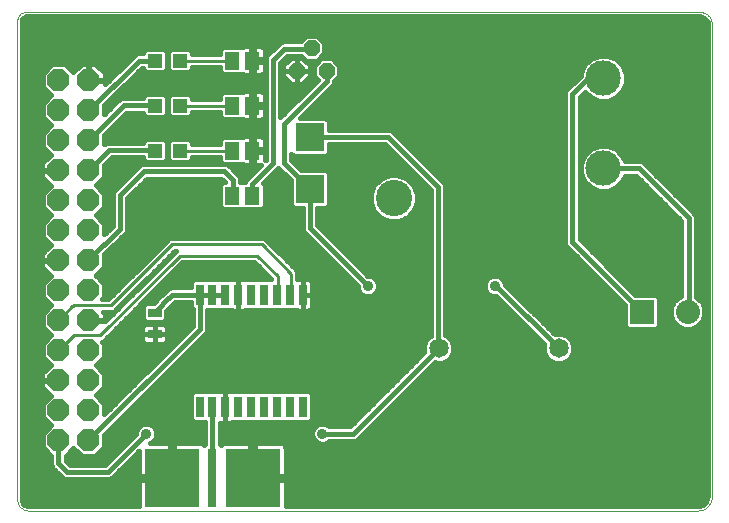
<source format=gtl>
G75*
%MOIN*%
%OFA0B0*%
%FSLAX24Y24*%
%IPPOS*%
%LPD*%
%AMOC8*
5,1,8,0,0,1.08239X$1,22.5*
%
%ADD10C,0.0000*%
%ADD11OC8,0.0740*%
%ADD12R,0.0315X0.0709*%
%ADD13R,0.0276X0.0709*%
%ADD14OC8,0.0520*%
%ADD15C,0.1181*%
%ADD16C,0.1210*%
%ADD17C,0.0650*%
%ADD18R,0.0945X0.0945*%
%ADD19R,0.0800X0.0800*%
%ADD20C,0.0800*%
%ADD21R,0.0472X0.0315*%
%ADD22R,0.0472X0.0472*%
%ADD23R,0.0512X0.0591*%
%ADD24R,0.0315X0.1969*%
%ADD25R,0.1831X0.1969*%
%ADD26C,0.0160*%
%ADD27C,0.0356*%
%ADD28C,0.0100*%
D10*
X000680Y000784D02*
X000680Y016768D01*
X000682Y016799D01*
X000687Y016829D01*
X000695Y016858D01*
X000707Y016887D01*
X000722Y016914D01*
X000740Y016939D01*
X000760Y016962D01*
X000783Y016982D01*
X000808Y017000D01*
X000835Y017015D01*
X000864Y017027D01*
X000893Y017035D01*
X000923Y017040D01*
X000954Y017042D01*
X000954Y017041D02*
X023439Y017041D01*
X023477Y017039D01*
X023515Y017033D01*
X023553Y017024D01*
X023589Y017011D01*
X023623Y016995D01*
X023656Y016975D01*
X023687Y016952D01*
X023715Y016926D01*
X023741Y016898D01*
X023764Y016867D01*
X023784Y016834D01*
X023800Y016800D01*
X023813Y016764D01*
X023822Y016726D01*
X023828Y016688D01*
X023830Y016650D01*
X023830Y000902D01*
X023828Y000861D01*
X023823Y000820D01*
X023814Y000780D01*
X023802Y000741D01*
X023786Y000703D01*
X023767Y000666D01*
X023745Y000631D01*
X023720Y000599D01*
X023692Y000568D01*
X023661Y000540D01*
X023629Y000515D01*
X023594Y000493D01*
X023557Y000474D01*
X023519Y000458D01*
X023480Y000446D01*
X023440Y000437D01*
X023399Y000432D01*
X023358Y000430D01*
X001034Y000430D01*
X000997Y000432D01*
X000960Y000438D01*
X000925Y000447D01*
X000890Y000461D01*
X000857Y000477D01*
X000826Y000498D01*
X000797Y000521D01*
X000771Y000547D01*
X000748Y000576D01*
X000727Y000607D01*
X000711Y000640D01*
X000697Y000675D01*
X000688Y000710D01*
X000682Y000747D01*
X000680Y000784D01*
D11*
X002050Y002770D03*
X003050Y002770D03*
X003050Y003770D03*
X002050Y003770D03*
X002050Y004770D03*
X003050Y004770D03*
X003050Y005770D03*
X002050Y005770D03*
X002050Y006770D03*
X003050Y006770D03*
X003050Y007770D03*
X002050Y007770D03*
X002050Y008770D03*
X003050Y008770D03*
X003050Y009770D03*
X002050Y009770D03*
X002050Y010770D03*
X003050Y010770D03*
X003050Y011770D03*
X002050Y011770D03*
X002050Y012770D03*
X003050Y012770D03*
X003050Y013770D03*
X002050Y013770D03*
X002050Y014770D03*
X003050Y014770D03*
D12*
X007183Y007629D03*
X007616Y007629D03*
X008049Y007629D03*
X008482Y007629D03*
X008915Y007629D03*
X009348Y007629D03*
X009781Y007629D03*
X009781Y003889D03*
X009348Y003889D03*
X008915Y003889D03*
X008482Y003889D03*
X008049Y003889D03*
X007616Y003889D03*
X007183Y003889D03*
D13*
X006770Y003889D03*
X010195Y003889D03*
X010195Y007629D03*
X006770Y007629D03*
D14*
X009990Y015090D03*
X010490Y015840D03*
X010990Y015090D03*
D15*
X020214Y014841D03*
X020214Y011837D03*
D16*
X013222Y010837D03*
D17*
X014718Y005837D03*
X018718Y005837D03*
D18*
X010430Y011144D03*
X010430Y012876D03*
D19*
X021505Y007055D03*
D20*
X023023Y007055D03*
D21*
X005254Y007027D03*
X005254Y006319D03*
D22*
X005267Y012430D03*
X006093Y012430D03*
X006093Y013930D03*
X005267Y013930D03*
X005267Y015430D03*
X006093Y015430D03*
D23*
X007845Y015430D03*
X008515Y015430D03*
X008515Y013930D03*
X007845Y013930D03*
X007845Y012430D03*
X008515Y012430D03*
X008515Y010930D03*
X007845Y010930D03*
D24*
X007180Y001517D03*
D25*
X005832Y001517D03*
X008528Y001517D03*
D26*
X000856Y000665D02*
X000824Y000742D01*
X000820Y000784D01*
X000820Y016768D01*
X000825Y016802D01*
X000859Y016862D01*
X000919Y016897D01*
X000954Y016901D01*
X023439Y016901D01*
X023488Y016896D01*
X023579Y016859D01*
X023648Y016790D01*
X023685Y016699D01*
X023690Y016650D01*
X023690Y000902D01*
X023684Y000837D01*
X023634Y000717D01*
X023543Y000626D01*
X023423Y000576D01*
X023358Y000570D01*
X009624Y000570D01*
X009624Y001437D01*
X008608Y001437D01*
X008608Y001597D01*
X008448Y001597D01*
X008448Y002681D01*
X007589Y002681D01*
X007544Y002669D01*
X007503Y002645D01*
X007469Y002612D01*
X007463Y002602D01*
X007423Y002642D01*
X007423Y003358D01*
X007435Y003354D01*
X007616Y003354D01*
X007797Y003354D01*
X007843Y003367D01*
X007856Y003374D01*
X010399Y003374D01*
X010493Y003468D01*
X010493Y004309D01*
X010399Y004403D01*
X007856Y004403D01*
X007843Y004411D01*
X007797Y004423D01*
X007616Y004423D01*
X007435Y004423D01*
X007389Y004411D01*
X007376Y004403D01*
X006566Y004403D01*
X006472Y004309D01*
X006472Y003468D01*
X006566Y003374D01*
X006943Y003374D01*
X006943Y002648D01*
X006897Y002602D01*
X006891Y002612D01*
X006857Y002645D01*
X006816Y002669D01*
X006771Y002681D01*
X005912Y002681D01*
X005912Y001597D01*
X005752Y001597D01*
X005752Y002681D01*
X005103Y002681D01*
X005164Y002706D01*
X005259Y002801D01*
X005310Y002926D01*
X005310Y003060D01*
X005259Y003185D01*
X005164Y003280D01*
X005039Y003331D01*
X004905Y003331D01*
X004780Y003280D01*
X004685Y003185D01*
X004634Y003060D01*
X004634Y002994D01*
X003589Y001950D01*
X002440Y001950D01*
X002290Y002099D01*
X002290Y002260D01*
X002550Y002520D01*
X002830Y002240D01*
X003270Y002240D01*
X003580Y002550D01*
X003580Y002961D01*
X006973Y006354D01*
X007010Y006442D01*
X007010Y007114D01*
X007809Y007114D01*
X007822Y007107D01*
X007868Y007094D01*
X008049Y007094D01*
X008049Y007629D01*
X008049Y008163D01*
X007868Y008163D01*
X007822Y008151D01*
X007809Y008143D01*
X006566Y008143D01*
X006472Y008049D01*
X006472Y007867D01*
X005792Y007867D01*
X005703Y007831D01*
X005636Y007763D01*
X005478Y007606D01*
X005476Y007605D01*
X005445Y007572D01*
X005413Y007540D01*
X005412Y007538D01*
X005226Y007345D01*
X004951Y007345D01*
X004858Y007251D01*
X004858Y006804D01*
X004951Y006710D01*
X005556Y006710D01*
X005650Y006804D01*
X005650Y007093D01*
X005787Y007236D01*
X005939Y007388D01*
X006472Y007388D01*
X006472Y007208D01*
X006530Y007150D01*
X006530Y006589D01*
X003580Y003639D01*
X003580Y003990D01*
X003300Y004270D01*
X003580Y004550D01*
X003580Y004990D01*
X003300Y005270D01*
X003580Y005550D01*
X003580Y005990D01*
X003510Y006060D01*
X003522Y006060D01*
X006183Y008721D01*
X008583Y008721D01*
X009148Y008155D01*
X009148Y008143D01*
X008289Y008143D01*
X008276Y008151D01*
X008230Y008163D01*
X008049Y008163D01*
X008049Y007629D01*
X008049Y007629D01*
X008049Y007629D01*
X008049Y007094D01*
X008230Y007094D01*
X008276Y007107D01*
X008289Y007114D01*
X009974Y007114D01*
X009988Y007107D01*
X010033Y007094D01*
X010195Y007094D01*
X010356Y007094D01*
X010402Y007107D01*
X010443Y007130D01*
X010477Y007164D01*
X010500Y007205D01*
X010513Y007251D01*
X010513Y007629D01*
X010513Y008007D01*
X010500Y008053D01*
X010477Y008094D01*
X010443Y008127D01*
X010402Y008151D01*
X010356Y008163D01*
X010195Y008163D01*
X010195Y007629D01*
X010195Y007629D01*
X010513Y007629D01*
X010195Y007629D01*
X010195Y007629D01*
X010195Y008163D01*
X010033Y008163D01*
X010009Y008157D01*
X010009Y008414D01*
X009886Y008537D01*
X008912Y009511D01*
X005746Y009511D01*
X005623Y009388D01*
X003714Y007480D01*
X003509Y007480D01*
X003580Y007550D01*
X003580Y007990D01*
X003300Y008270D01*
X003580Y008550D01*
X003580Y008968D01*
X004231Y009619D01*
X004298Y009687D01*
X004335Y009775D01*
X004335Y010832D01*
X004999Y011496D01*
X007483Y011496D01*
X007594Y011385D01*
X007523Y011385D01*
X007429Y011292D01*
X007429Y010568D01*
X007523Y010475D01*
X008168Y010475D01*
X008180Y010487D01*
X008192Y010475D01*
X008837Y010475D01*
X008931Y010568D01*
X008931Y011292D01*
X008871Y011352D01*
X009342Y011823D01*
X009377Y011858D01*
X009798Y011437D01*
X009798Y010605D01*
X009891Y010511D01*
X010190Y010511D01*
X010190Y009798D01*
X010227Y009710D01*
X012022Y007914D01*
X012022Y007848D01*
X012073Y007724D01*
X012168Y007629D01*
X012292Y007578D01*
X012427Y007578D01*
X012551Y007629D01*
X012646Y007724D01*
X012698Y007848D01*
X012698Y007983D01*
X012646Y008107D01*
X012551Y008202D01*
X012427Y008254D01*
X012361Y008254D01*
X010670Y009945D01*
X010670Y010511D01*
X010969Y010511D01*
X011062Y010605D01*
X011062Y011683D01*
X010969Y011776D01*
X010137Y011776D01*
X009816Y012098D01*
X009816Y012319D01*
X009891Y012244D01*
X010969Y012244D01*
X011062Y012337D01*
X011062Y012636D01*
X012933Y012636D01*
X014454Y011115D01*
X014454Y006252D01*
X014443Y006248D01*
X014307Y006111D01*
X014233Y005933D01*
X014233Y005740D01*
X014247Y005706D01*
X011775Y003233D01*
X011083Y003233D01*
X011036Y003280D01*
X010912Y003331D01*
X010777Y003331D01*
X010653Y003280D01*
X010558Y003185D01*
X010506Y003060D01*
X010506Y002926D01*
X010558Y002801D01*
X010653Y002706D01*
X010777Y002655D01*
X010912Y002655D01*
X011036Y002706D01*
X011083Y002753D01*
X011922Y002753D01*
X012010Y002790D01*
X014587Y005366D01*
X014621Y005352D01*
X014814Y005352D01*
X014992Y005426D01*
X015129Y005562D01*
X015202Y005740D01*
X015202Y005933D01*
X015129Y006111D01*
X014992Y006248D01*
X014934Y006272D01*
X014934Y011262D01*
X014898Y011350D01*
X014830Y011418D01*
X013169Y013080D01*
X013080Y013116D01*
X011062Y013116D01*
X011062Y013415D01*
X010969Y013509D01*
X010092Y013509D01*
X011193Y014610D01*
X011230Y014698D01*
X011230Y014736D01*
X011410Y014916D01*
X011410Y015264D01*
X011164Y015510D01*
X010816Y015510D01*
X010570Y015264D01*
X010570Y014916D01*
X010695Y014791D01*
X009446Y013541D01*
X009446Y015364D01*
X009668Y015585D01*
X010151Y015585D01*
X010316Y015420D01*
X010664Y015420D01*
X010910Y015666D01*
X010910Y016014D01*
X010664Y016260D01*
X010316Y016260D01*
X010122Y016065D01*
X009521Y016065D01*
X009433Y016029D01*
X009365Y015961D01*
X009003Y015599D01*
X008966Y015511D01*
X008966Y012126D01*
X008950Y012110D01*
X008951Y012111D01*
X008951Y012382D01*
X008563Y012382D01*
X008563Y012478D01*
X008951Y012478D01*
X008951Y012749D01*
X008938Y012795D01*
X008915Y012836D01*
X008881Y012869D01*
X008840Y012893D01*
X008794Y012905D01*
X008563Y012905D01*
X008563Y012478D01*
X008467Y012478D01*
X008467Y012905D01*
X008235Y012905D01*
X008189Y012893D01*
X008171Y012882D01*
X008168Y012885D01*
X007523Y012885D01*
X007429Y012792D01*
X007429Y012640D01*
X006490Y012640D01*
X006490Y012732D01*
X006396Y012826D01*
X005791Y012826D01*
X005697Y012732D01*
X005697Y012128D01*
X005791Y012034D01*
X006396Y012034D01*
X006490Y012128D01*
X006490Y012220D01*
X007429Y012220D01*
X007429Y012068D01*
X007521Y011976D01*
X004852Y011976D01*
X004764Y011940D01*
X004696Y011872D01*
X003891Y011068D01*
X003855Y010979D01*
X003855Y009922D01*
X003580Y009647D01*
X003580Y009990D01*
X003300Y010270D01*
X003580Y010550D01*
X003580Y010990D01*
X003300Y011270D01*
X003580Y011550D01*
X003580Y011955D01*
X003824Y012200D01*
X004870Y012200D01*
X004870Y012128D01*
X004964Y012034D01*
X005569Y012034D01*
X005663Y012128D01*
X005663Y012732D01*
X005569Y012826D01*
X004964Y012826D01*
X004870Y012732D01*
X004870Y012680D01*
X003677Y012680D01*
X003589Y012643D01*
X003580Y012634D01*
X003580Y012956D01*
X004317Y013693D01*
X004870Y013693D01*
X004870Y013628D01*
X004964Y013534D01*
X005569Y013534D01*
X005663Y013628D01*
X005663Y014232D01*
X005569Y014326D01*
X004964Y014326D01*
X004870Y014232D01*
X004870Y014173D01*
X004170Y014173D01*
X004082Y014137D01*
X004015Y014069D01*
X003580Y013635D01*
X003580Y013942D01*
X004825Y015187D01*
X004870Y015187D01*
X004870Y015128D01*
X004964Y015034D01*
X005569Y015034D01*
X005663Y015128D01*
X005663Y015732D01*
X005569Y015826D01*
X004964Y015826D01*
X004870Y015732D01*
X004870Y015667D01*
X004678Y015667D01*
X004590Y015630D01*
X004522Y015563D01*
X003600Y014641D01*
X003600Y014750D01*
X003070Y014750D01*
X003070Y014790D01*
X003030Y014790D01*
X003030Y015320D01*
X002822Y015320D01*
X002536Y015034D01*
X002270Y015300D01*
X001830Y015300D01*
X001520Y014990D01*
X001520Y014550D01*
X001800Y014270D01*
X001520Y013990D01*
X001520Y013550D01*
X001800Y013270D01*
X001520Y012990D01*
X001520Y012550D01*
X001786Y012284D01*
X001500Y011998D01*
X001500Y011790D01*
X002030Y011790D01*
X002030Y011750D01*
X001500Y011750D01*
X001500Y011542D01*
X001786Y011256D01*
X001520Y010990D01*
X001520Y010550D01*
X001800Y010270D01*
X001520Y009990D01*
X001520Y009550D01*
X001786Y009284D01*
X001500Y008998D01*
X001500Y008790D01*
X002030Y008790D01*
X002030Y008750D01*
X001500Y008750D01*
X001500Y008542D01*
X001786Y008256D01*
X001520Y007990D01*
X001520Y007550D01*
X001800Y007270D01*
X001520Y006990D01*
X001520Y006550D01*
X001800Y006270D01*
X001520Y005990D01*
X001520Y005550D01*
X001786Y005284D01*
X001500Y004998D01*
X001500Y004790D01*
X002030Y004790D01*
X002030Y004750D01*
X001500Y004750D01*
X001500Y004542D01*
X001786Y004256D01*
X001520Y003990D01*
X001520Y003550D01*
X001800Y003270D01*
X001520Y002990D01*
X001520Y002550D01*
X001810Y002260D01*
X001810Y001952D01*
X001847Y001864D01*
X002204Y001506D01*
X002293Y001470D01*
X003722Y001470D01*
X003810Y001506D01*
X003814Y001511D01*
X003839Y001521D01*
X004736Y002418D01*
X004736Y001597D01*
X005752Y001597D01*
X005752Y001437D01*
X004736Y001437D01*
X004736Y000570D01*
X001034Y000570D01*
X000992Y000574D01*
X000915Y000606D01*
X000856Y000665D01*
X000865Y000656D02*
X004736Y000656D01*
X004736Y000814D02*
X000820Y000814D01*
X000820Y000973D02*
X004736Y000973D01*
X004736Y001131D02*
X000820Y001131D01*
X000820Y001290D02*
X004736Y001290D01*
X004736Y001607D02*
X003925Y001607D01*
X004083Y001765D02*
X004736Y001765D01*
X004736Y001924D02*
X004242Y001924D01*
X004400Y002082D02*
X004736Y002082D01*
X004736Y002241D02*
X004559Y002241D01*
X004717Y002399D02*
X004736Y002399D01*
X004356Y002716D02*
X003580Y002716D01*
X003580Y002558D02*
X004197Y002558D01*
X004039Y002399D02*
X003429Y002399D01*
X003270Y002241D02*
X003880Y002241D01*
X003722Y002082D02*
X002307Y002082D01*
X002290Y002241D02*
X002830Y002241D01*
X002671Y002399D02*
X002429Y002399D01*
X002050Y002770D02*
X002050Y002000D01*
X002340Y001710D01*
X003674Y001710D01*
X003689Y001724D01*
X003703Y001724D01*
X004972Y002993D01*
X005289Y002875D02*
X006943Y002875D01*
X006943Y003033D02*
X005310Y003033D01*
X005252Y003192D02*
X006943Y003192D01*
X006943Y003350D02*
X003969Y003350D01*
X003811Y003192D02*
X004692Y003192D01*
X004634Y003033D02*
X003652Y003033D01*
X003580Y002875D02*
X004514Y002875D01*
X005173Y002716D02*
X006943Y002716D01*
X007423Y002716D02*
X010643Y002716D01*
X010528Y002875D02*
X007423Y002875D01*
X007423Y003033D02*
X010506Y003033D01*
X010565Y003192D02*
X007423Y003192D01*
X007423Y003350D02*
X011892Y003350D01*
X012050Y003509D02*
X010493Y003509D01*
X010493Y003667D02*
X012209Y003667D01*
X012367Y003826D02*
X010493Y003826D01*
X010493Y003984D02*
X012526Y003984D01*
X012684Y004143D02*
X010493Y004143D01*
X010493Y004301D02*
X012843Y004301D01*
X013001Y004460D02*
X005079Y004460D01*
X005237Y004618D02*
X013160Y004618D01*
X013318Y004777D02*
X005396Y004777D01*
X005554Y004935D02*
X013477Y004935D01*
X013635Y005094D02*
X005713Y005094D01*
X005871Y005252D02*
X013794Y005252D01*
X013952Y005411D02*
X006030Y005411D01*
X006188Y005569D02*
X014111Y005569D01*
X014238Y005728D02*
X006347Y005728D01*
X006505Y005886D02*
X014233Y005886D01*
X014279Y006045D02*
X006664Y006045D01*
X006822Y006203D02*
X014398Y006203D01*
X014454Y006362D02*
X006976Y006362D01*
X007010Y006520D02*
X014454Y006520D01*
X014454Y006679D02*
X007010Y006679D01*
X007010Y006837D02*
X014454Y006837D01*
X014454Y006996D02*
X007010Y006996D01*
X006530Y006996D02*
X005650Y006996D01*
X005650Y006837D02*
X006530Y006837D01*
X006530Y006679D02*
X004140Y006679D01*
X003982Y006520D02*
X004843Y006520D01*
X004838Y006500D02*
X004838Y006319D01*
X005254Y006319D01*
X005254Y006319D01*
X005254Y006656D01*
X005514Y006656D01*
X005559Y006644D01*
X005600Y006620D01*
X005634Y006587D01*
X005658Y006546D01*
X005670Y006500D01*
X005670Y006319D01*
X005254Y006319D01*
X005254Y006319D01*
X005254Y006656D01*
X004994Y006656D01*
X004948Y006644D01*
X004907Y006620D01*
X004873Y006587D01*
X004850Y006546D01*
X004838Y006500D01*
X004838Y006362D02*
X003823Y006362D01*
X003665Y006203D02*
X004838Y006203D01*
X004838Y006137D02*
X004850Y006092D01*
X004873Y006051D01*
X004907Y006017D01*
X004948Y005993D01*
X004994Y005981D01*
X005254Y005981D01*
X005514Y005981D01*
X005559Y005993D01*
X005600Y006017D01*
X005634Y006051D01*
X005658Y006092D01*
X005670Y006137D01*
X005670Y006319D01*
X005254Y006319D01*
X005254Y006319D01*
X005254Y005981D01*
X005254Y006319D01*
X005254Y006319D01*
X004838Y006319D01*
X004838Y006137D01*
X004880Y006045D02*
X003525Y006045D01*
X003580Y005886D02*
X005827Y005886D01*
X005985Y006045D02*
X005628Y006045D01*
X005670Y006203D02*
X006144Y006203D01*
X006302Y006362D02*
X005670Y006362D01*
X005665Y006520D02*
X006461Y006520D01*
X006770Y006490D02*
X003050Y002770D01*
X003580Y003667D02*
X003608Y003667D01*
X003580Y003826D02*
X003766Y003826D01*
X003925Y003984D02*
X003580Y003984D01*
X003427Y004143D02*
X004083Y004143D01*
X004242Y004301D02*
X003331Y004301D01*
X003489Y004460D02*
X004400Y004460D01*
X004559Y004618D02*
X003580Y004618D01*
X003580Y004777D02*
X004717Y004777D01*
X004876Y004935D02*
X003580Y004935D01*
X003476Y005094D02*
X005034Y005094D01*
X005193Y005252D02*
X003318Y005252D01*
X003440Y005411D02*
X005351Y005411D01*
X005510Y005569D02*
X003580Y005569D01*
X003580Y005728D02*
X005668Y005728D01*
X005254Y006045D02*
X005254Y006045D01*
X005254Y006203D02*
X005254Y006203D01*
X005254Y006362D02*
X005254Y006362D01*
X005254Y006520D02*
X005254Y006520D01*
X004858Y006837D02*
X004299Y006837D01*
X004457Y006996D02*
X004858Y006996D01*
X004858Y007154D02*
X004616Y007154D01*
X004774Y007313D02*
X004919Y007313D01*
X004933Y007471D02*
X005347Y007471D01*
X005502Y007630D02*
X005091Y007630D01*
X005250Y007788D02*
X005660Y007788D01*
X005839Y007628D02*
X006768Y007628D01*
X006770Y007629D01*
X006770Y006490D01*
X006526Y007154D02*
X005708Y007154D01*
X005864Y007313D02*
X006472Y007313D01*
X006770Y007629D02*
X007183Y007629D01*
X007616Y007629D01*
X008049Y007630D02*
X008049Y007630D01*
X008049Y007788D02*
X008049Y007788D01*
X008049Y007947D02*
X008049Y007947D01*
X008049Y008105D02*
X008049Y008105D01*
X008723Y008581D02*
X006042Y008581D01*
X005884Y008422D02*
X008881Y008422D01*
X009040Y008264D02*
X005725Y008264D01*
X005567Y008105D02*
X006527Y008105D01*
X006472Y007947D02*
X005408Y007947D01*
X005132Y008264D02*
X005091Y008264D01*
X004973Y008105D02*
X004933Y008105D01*
X004815Y007947D02*
X004774Y007947D01*
X004656Y007788D02*
X004616Y007788D01*
X004498Y007630D02*
X004457Y007630D01*
X004339Y007471D02*
X004299Y007471D01*
X004181Y007313D02*
X004140Y007313D01*
X004008Y007181D02*
X005919Y009091D01*
X005960Y009091D01*
X005886Y009018D01*
X003600Y006732D01*
X003600Y006750D01*
X003070Y006750D01*
X003070Y006790D01*
X003600Y006790D01*
X003600Y006998D01*
X003538Y007060D01*
X003709Y007060D01*
X003712Y007058D01*
X003885Y007058D01*
X004008Y007181D01*
X004022Y007154D02*
X003982Y007154D01*
X003864Y006996D02*
X003600Y006996D01*
X003600Y006837D02*
X003705Y006837D01*
X003580Y007630D02*
X003864Y007630D01*
X004022Y007788D02*
X003580Y007788D01*
X003580Y007947D02*
X004181Y007947D01*
X004339Y008105D02*
X003465Y008105D01*
X003306Y008264D02*
X004498Y008264D01*
X004656Y008422D02*
X003452Y008422D01*
X003580Y008581D02*
X004815Y008581D01*
X004973Y008739D02*
X003580Y008739D01*
X003580Y008898D02*
X005132Y008898D01*
X005290Y009056D02*
X003668Y009056D01*
X003826Y009215D02*
X005449Y009215D01*
X005607Y009373D02*
X003985Y009373D01*
X004143Y009532D02*
X010405Y009532D01*
X010246Y009690D02*
X004300Y009690D01*
X004335Y009849D02*
X010190Y009849D01*
X010190Y010007D02*
X004335Y010007D01*
X004335Y010166D02*
X010190Y010166D01*
X010190Y010324D02*
X004335Y010324D01*
X004335Y010483D02*
X007515Y010483D01*
X007429Y010641D02*
X004335Y010641D01*
X004335Y010800D02*
X007429Y010800D01*
X007429Y010958D02*
X004460Y010958D01*
X004619Y011117D02*
X007429Y011117D01*
X007429Y011275D02*
X004777Y011275D01*
X004936Y011434D02*
X007546Y011434D01*
X007582Y011736D02*
X007858Y011461D01*
X007858Y010942D01*
X007845Y010930D01*
X008490Y010930D02*
X008490Y011310D01*
X009206Y012026D01*
X009206Y015463D01*
X009569Y015825D01*
X010475Y015825D01*
X010490Y015840D01*
X010910Y015872D02*
X023690Y015872D01*
X023690Y016030D02*
X010894Y016030D01*
X010735Y016189D02*
X023690Y016189D01*
X023690Y016347D02*
X000820Y016347D01*
X000820Y016189D02*
X010245Y016189D01*
X010910Y015713D02*
X023690Y015713D01*
X023690Y015555D02*
X020451Y015555D01*
X020363Y015591D02*
X020064Y015591D01*
X019789Y015477D01*
X019577Y015266D01*
X019463Y014990D01*
X019463Y014928D01*
X018977Y014441D01*
X018940Y014353D01*
X018940Y009332D01*
X018977Y009244D01*
X020945Y007276D01*
X020945Y006589D01*
X021039Y006495D01*
X021971Y006495D01*
X022065Y006589D01*
X022065Y007521D01*
X021971Y007615D01*
X021284Y007615D01*
X019420Y009479D01*
X019420Y014206D01*
X019604Y014389D01*
X019789Y014204D01*
X020064Y014090D01*
X020363Y014090D01*
X020639Y014204D01*
X020850Y014415D01*
X020964Y014691D01*
X020964Y014990D01*
X020850Y015266D01*
X020639Y015477D01*
X020363Y015591D01*
X019976Y015555D02*
X010798Y015555D01*
X010702Y015396D02*
X010306Y015396D01*
X010430Y015272D02*
X010172Y015530D01*
X009990Y015530D01*
X009990Y015090D01*
X010430Y015090D01*
X010430Y015272D01*
X010430Y015238D02*
X010570Y015238D01*
X010570Y015079D02*
X010430Y015079D01*
X010430Y015090D02*
X009990Y015090D01*
X009990Y015090D01*
X009990Y015090D01*
X009990Y014650D01*
X010172Y014650D01*
X010430Y014908D01*
X010430Y015090D01*
X010430Y014921D02*
X010570Y014921D01*
X010667Y014762D02*
X010284Y014762D01*
X010508Y014604D02*
X009446Y014604D01*
X009446Y014762D02*
X009696Y014762D01*
X009808Y014650D02*
X009550Y014908D01*
X009550Y015090D01*
X009990Y015090D01*
X009990Y015090D01*
X009990Y015090D01*
X009990Y015530D01*
X009808Y015530D01*
X009550Y015272D01*
X009550Y015090D01*
X009990Y015090D01*
X009990Y014650D01*
X009808Y014650D01*
X009990Y014762D02*
X009990Y014762D01*
X009990Y014921D02*
X009990Y014921D01*
X009990Y015079D02*
X009990Y015079D01*
X009990Y015238D02*
X009990Y015238D01*
X009990Y015396D02*
X009990Y015396D01*
X010182Y015555D02*
X009637Y015555D01*
X009674Y015396D02*
X009478Y015396D01*
X009446Y015238D02*
X009550Y015238D01*
X009550Y015079D02*
X009446Y015079D01*
X009446Y014921D02*
X009550Y014921D01*
X009446Y014445D02*
X010350Y014445D01*
X010191Y014287D02*
X009446Y014287D01*
X009446Y014128D02*
X010033Y014128D01*
X009874Y013970D02*
X009446Y013970D01*
X009446Y013811D02*
X009716Y013811D01*
X009557Y013653D02*
X009446Y013653D01*
X009576Y013331D02*
X009576Y011998D01*
X010430Y011144D01*
X010430Y009846D01*
X012360Y007916D01*
X012047Y007788D02*
X010513Y007788D01*
X010513Y007630D02*
X012168Y007630D01*
X011990Y007947D02*
X010513Y007947D01*
X010465Y008105D02*
X011831Y008105D01*
X011673Y008264D02*
X010009Y008264D01*
X010001Y008422D02*
X011514Y008422D01*
X011356Y008581D02*
X009843Y008581D01*
X009684Y008739D02*
X011197Y008739D01*
X011039Y008898D02*
X009526Y008898D01*
X009367Y009056D02*
X010880Y009056D01*
X010722Y009215D02*
X009209Y009215D01*
X009050Y009373D02*
X010563Y009373D01*
X010925Y009690D02*
X014454Y009690D01*
X014454Y009532D02*
X011083Y009532D01*
X011242Y009373D02*
X014454Y009373D01*
X014454Y009215D02*
X011400Y009215D01*
X011559Y009056D02*
X014454Y009056D01*
X014454Y008898D02*
X011717Y008898D01*
X011876Y008739D02*
X014454Y008739D01*
X014454Y008581D02*
X012034Y008581D01*
X012193Y008422D02*
X014454Y008422D01*
X014454Y008264D02*
X012351Y008264D01*
X012647Y008105D02*
X014454Y008105D01*
X014454Y007947D02*
X012698Y007947D01*
X012673Y007788D02*
X014454Y007788D01*
X014454Y007630D02*
X012552Y007630D01*
X014454Y007471D02*
X010513Y007471D01*
X010513Y007313D02*
X014454Y007313D01*
X014454Y007154D02*
X010467Y007154D01*
X010195Y007154D02*
X010195Y007154D01*
X010195Y007094D02*
X010195Y007629D01*
X010195Y007629D01*
X010195Y007094D01*
X010195Y007313D02*
X010195Y007313D01*
X010195Y007471D02*
X010195Y007471D01*
X010195Y007630D02*
X010195Y007630D01*
X010195Y007788D02*
X010195Y007788D01*
X010195Y007947D02*
X010195Y007947D01*
X010195Y008105D02*
X010195Y008105D01*
X008049Y007471D02*
X008049Y007471D01*
X008049Y007313D02*
X008049Y007313D01*
X008049Y007154D02*
X008049Y007154D01*
X005839Y007628D02*
X005616Y007404D01*
X005254Y007027D01*
X005250Y008422D02*
X005290Y008422D01*
X005408Y008581D02*
X005449Y008581D01*
X005567Y008739D02*
X005607Y008739D01*
X005725Y008898D02*
X005766Y008898D01*
X005884Y009056D02*
X005924Y009056D01*
X004095Y009823D02*
X004095Y010932D01*
X004900Y011736D01*
X007582Y011736D01*
X007749Y011909D02*
X008749Y011909D01*
X008794Y011955D02*
X008563Y011955D01*
X008563Y012382D01*
X008467Y012382D01*
X008467Y011955D01*
X008235Y011955D01*
X008189Y011967D01*
X008171Y011978D01*
X008168Y011975D01*
X007634Y011975D01*
X007718Y011940D01*
X007993Y011664D01*
X008061Y011597D01*
X008097Y011509D01*
X008097Y011385D01*
X008168Y011385D01*
X008180Y011373D01*
X008192Y011385D01*
X008261Y011385D01*
X008287Y011446D01*
X008795Y011955D01*
X008794Y011955D01*
X008563Y012068D02*
X008467Y012068D01*
X008467Y012226D02*
X008563Y012226D01*
X008563Y012385D02*
X008966Y012385D01*
X008951Y012543D02*
X008966Y012543D01*
X008951Y012702D02*
X008966Y012702D01*
X008966Y012860D02*
X008890Y012860D01*
X008966Y013019D02*
X003643Y013019D01*
X003580Y012860D02*
X007498Y012860D01*
X007429Y012702D02*
X006490Y012702D01*
X006430Y012068D02*
X007430Y012068D01*
X007907Y011751D02*
X008591Y011751D01*
X008432Y011592D02*
X008063Y011592D01*
X008097Y011434D02*
X008281Y011434D01*
X008490Y010930D02*
X008515Y010930D01*
X008931Y010958D02*
X009798Y010958D01*
X009798Y010800D02*
X008931Y010800D01*
X008931Y010641D02*
X009798Y010641D01*
X010190Y010483D02*
X008845Y010483D01*
X008185Y010483D02*
X008175Y010483D01*
X008931Y011117D02*
X009798Y011117D01*
X009798Y011275D02*
X008931Y011275D01*
X008952Y011434D02*
X009798Y011434D01*
X009642Y011592D02*
X009111Y011592D01*
X009269Y011751D02*
X009484Y011751D01*
X009846Y012068D02*
X013502Y012068D01*
X013343Y012226D02*
X009816Y012226D01*
X010004Y011909D02*
X013660Y011909D01*
X013819Y011751D02*
X010994Y011751D01*
X011062Y011592D02*
X013046Y011592D01*
X013069Y011602D02*
X012788Y011485D01*
X012573Y011270D01*
X012457Y010989D01*
X012457Y010685D01*
X012573Y010403D01*
X012788Y010188D01*
X013069Y010072D01*
X013374Y010072D01*
X013655Y010188D01*
X013870Y010403D01*
X013987Y010685D01*
X013987Y010989D01*
X013870Y011270D01*
X013655Y011485D01*
X013374Y011602D01*
X013069Y011602D01*
X013397Y011592D02*
X013977Y011592D01*
X014136Y011434D02*
X013707Y011434D01*
X013865Y011275D02*
X014294Y011275D01*
X014453Y011117D02*
X013934Y011117D01*
X013987Y010958D02*
X014454Y010958D01*
X014454Y010800D02*
X013987Y010800D01*
X013969Y010641D02*
X014454Y010641D01*
X014454Y010483D02*
X013903Y010483D01*
X013791Y010324D02*
X014454Y010324D01*
X014454Y010166D02*
X013600Y010166D01*
X012843Y010166D02*
X010670Y010166D01*
X010670Y010324D02*
X012652Y010324D01*
X012540Y010483D02*
X010670Y010483D01*
X011062Y010641D02*
X012475Y010641D01*
X012457Y010800D02*
X011062Y010800D01*
X011062Y010958D02*
X012457Y010958D01*
X012509Y011117D02*
X011062Y011117D01*
X011062Y011275D02*
X012578Y011275D01*
X012737Y011434D02*
X011062Y011434D01*
X011062Y012385D02*
X013185Y012385D01*
X013026Y012543D02*
X011062Y012543D01*
X010430Y012876D02*
X013033Y012876D01*
X014694Y011215D01*
X014694Y005860D01*
X014718Y005837D01*
X011874Y002993D01*
X010845Y002993D01*
X011046Y002716D02*
X023690Y002716D01*
X023690Y002558D02*
X009615Y002558D01*
X009612Y002571D02*
X009588Y002612D01*
X009554Y002645D01*
X009513Y002669D01*
X009467Y002681D01*
X008608Y002681D01*
X008608Y001597D01*
X009624Y001597D01*
X009624Y002525D01*
X009612Y002571D01*
X009624Y002399D02*
X023690Y002399D01*
X023690Y002241D02*
X009624Y002241D01*
X009624Y002082D02*
X023690Y002082D01*
X023690Y001924D02*
X009624Y001924D01*
X009624Y001765D02*
X023690Y001765D01*
X023690Y001607D02*
X009624Y001607D01*
X009624Y001290D02*
X023690Y001290D01*
X023690Y001448D02*
X008608Y001448D01*
X008608Y001607D02*
X008448Y001607D01*
X008448Y001765D02*
X008608Y001765D01*
X008608Y001924D02*
X008448Y001924D01*
X008448Y002082D02*
X008608Y002082D01*
X008608Y002241D02*
X008448Y002241D01*
X008448Y002399D02*
X008608Y002399D01*
X008608Y002558D02*
X008448Y002558D01*
X007616Y003354D02*
X007616Y003889D01*
X007616Y004423D01*
X007616Y003889D01*
X007616Y003889D01*
X007616Y003889D01*
X007616Y003354D01*
X007616Y003509D02*
X007616Y003509D01*
X007616Y003667D02*
X007616Y003667D01*
X007616Y003826D02*
X007616Y003826D01*
X007616Y003984D02*
X007616Y003984D01*
X007616Y004143D02*
X007616Y004143D01*
X007616Y004301D02*
X007616Y004301D01*
X007183Y003889D02*
X007183Y001433D01*
X007180Y001517D01*
X005912Y001607D02*
X005752Y001607D01*
X005752Y001765D02*
X005912Y001765D01*
X005912Y001924D02*
X005752Y001924D01*
X005752Y002082D02*
X005912Y002082D01*
X005912Y002241D02*
X005752Y002241D01*
X005752Y002399D02*
X005912Y002399D01*
X005912Y002558D02*
X005752Y002558D01*
X005752Y001448D02*
X000820Y001448D01*
X000820Y001607D02*
X002104Y001607D01*
X001946Y001765D02*
X000820Y001765D01*
X000820Y001924D02*
X001822Y001924D01*
X001810Y002082D02*
X000820Y002082D01*
X000820Y002241D02*
X001810Y002241D01*
X001671Y002399D02*
X000820Y002399D01*
X000820Y002558D02*
X001520Y002558D01*
X001520Y002716D02*
X000820Y002716D01*
X000820Y002875D02*
X001520Y002875D01*
X001563Y003033D02*
X000820Y003033D01*
X000820Y003192D02*
X001722Y003192D01*
X001720Y003350D02*
X000820Y003350D01*
X000820Y003509D02*
X001562Y003509D01*
X001520Y003667D02*
X000820Y003667D01*
X000820Y003826D02*
X001520Y003826D01*
X001520Y003984D02*
X000820Y003984D01*
X000820Y004143D02*
X001673Y004143D01*
X001741Y004301D02*
X000820Y004301D01*
X000820Y004460D02*
X001583Y004460D01*
X001500Y004618D02*
X000820Y004618D01*
X000820Y004777D02*
X002030Y004777D01*
X001596Y005094D02*
X000820Y005094D01*
X000820Y005252D02*
X001754Y005252D01*
X001660Y005411D02*
X000820Y005411D01*
X000820Y005569D02*
X001520Y005569D01*
X001520Y005728D02*
X000820Y005728D01*
X000820Y005886D02*
X001520Y005886D01*
X001575Y006045D02*
X000820Y006045D01*
X000820Y006203D02*
X001733Y006203D01*
X001709Y006362D02*
X000820Y006362D01*
X000820Y006520D02*
X001550Y006520D01*
X001520Y006679D02*
X000820Y006679D01*
X000820Y006837D02*
X001520Y006837D01*
X001526Y006996D02*
X000820Y006996D01*
X000820Y007154D02*
X001684Y007154D01*
X001758Y007313D02*
X000820Y007313D01*
X000820Y007471D02*
X001599Y007471D01*
X001520Y007630D02*
X000820Y007630D01*
X000820Y007788D02*
X001520Y007788D01*
X001520Y007947D02*
X000820Y007947D01*
X000820Y008105D02*
X001635Y008105D01*
X001779Y008264D02*
X000820Y008264D01*
X000820Y008422D02*
X001620Y008422D01*
X001500Y008581D02*
X000820Y008581D01*
X000820Y008739D02*
X001500Y008739D01*
X001500Y008898D02*
X000820Y008898D01*
X000820Y009056D02*
X001558Y009056D01*
X001717Y009215D02*
X000820Y009215D01*
X000820Y009373D02*
X001697Y009373D01*
X001539Y009532D02*
X000820Y009532D01*
X000820Y009690D02*
X001520Y009690D01*
X001520Y009849D02*
X000820Y009849D01*
X000820Y010007D02*
X001537Y010007D01*
X001696Y010166D02*
X000820Y010166D01*
X000820Y010324D02*
X001746Y010324D01*
X001588Y010483D02*
X000820Y010483D01*
X000820Y010641D02*
X001520Y010641D01*
X001520Y010800D02*
X000820Y010800D01*
X000820Y010958D02*
X001520Y010958D01*
X001647Y011117D02*
X000820Y011117D01*
X000820Y011275D02*
X001767Y011275D01*
X001609Y011434D02*
X000820Y011434D01*
X000820Y011592D02*
X001500Y011592D01*
X001500Y011909D02*
X000820Y011909D01*
X000820Y011751D02*
X002030Y011751D01*
X001570Y012068D02*
X000820Y012068D01*
X000820Y012226D02*
X001728Y012226D01*
X001686Y012385D02*
X000820Y012385D01*
X000820Y012543D02*
X001527Y012543D01*
X001520Y012702D02*
X000820Y012702D01*
X000820Y012860D02*
X001520Y012860D01*
X001549Y013019D02*
X000820Y013019D01*
X000820Y013177D02*
X001707Y013177D01*
X001735Y013336D02*
X000820Y013336D01*
X000820Y013494D02*
X001576Y013494D01*
X001520Y013653D02*
X000820Y013653D01*
X000820Y013811D02*
X001520Y013811D01*
X001520Y013970D02*
X000820Y013970D01*
X000820Y014128D02*
X001658Y014128D01*
X001784Y014287D02*
X000820Y014287D01*
X000820Y014445D02*
X001625Y014445D01*
X001520Y014604D02*
X000820Y014604D01*
X000820Y014762D02*
X001520Y014762D01*
X001520Y014921D02*
X000820Y014921D01*
X000820Y015079D02*
X001609Y015079D01*
X001768Y015238D02*
X000820Y015238D01*
X000820Y015396D02*
X004355Y015396D01*
X004197Y015238D02*
X003360Y015238D01*
X003278Y015320D02*
X003070Y015320D01*
X003070Y014790D01*
X003600Y014790D01*
X003600Y014998D01*
X003278Y015320D01*
X003070Y015238D02*
X003030Y015238D01*
X003030Y015079D02*
X003070Y015079D01*
X003070Y014921D02*
X003030Y014921D01*
X003070Y014762D02*
X003721Y014762D01*
X003600Y014921D02*
X003880Y014921D01*
X004038Y015079D02*
X003519Y015079D01*
X002740Y015238D02*
X002332Y015238D01*
X002491Y015079D02*
X002581Y015079D01*
X003766Y014128D02*
X004073Y014128D01*
X003925Y014287D02*
X004924Y014287D01*
X005263Y013933D02*
X005267Y013930D01*
X005263Y013933D02*
X004218Y013933D01*
X003055Y012770D01*
X003050Y012770D01*
X003580Y012702D02*
X004870Y012702D01*
X005257Y012440D02*
X005267Y012430D01*
X005257Y012440D02*
X003725Y012440D01*
X003055Y011770D01*
X003050Y011770D01*
X003580Y011751D02*
X004574Y011751D01*
X004733Y011909D02*
X003580Y011909D01*
X003692Y012068D02*
X004930Y012068D01*
X005603Y012068D02*
X005757Y012068D01*
X005697Y012226D02*
X005663Y012226D01*
X005663Y012385D02*
X005697Y012385D01*
X005697Y012543D02*
X005663Y012543D01*
X005663Y012702D02*
X005697Y012702D01*
X005791Y013534D02*
X005697Y013628D01*
X005697Y014232D01*
X005791Y014326D01*
X006396Y014326D01*
X006490Y014232D01*
X006490Y014140D01*
X007429Y014140D01*
X007429Y014292D01*
X007523Y014385D01*
X008168Y014385D01*
X008171Y014382D01*
X008189Y014393D01*
X008235Y014405D01*
X008467Y014405D01*
X008467Y013978D01*
X008563Y013978D01*
X008951Y013978D01*
X008951Y014249D01*
X008938Y014295D01*
X008915Y014336D01*
X008881Y014369D01*
X008840Y014393D01*
X008794Y014405D01*
X008563Y014405D01*
X008563Y013978D01*
X008563Y013882D01*
X008951Y013882D01*
X008951Y013611D01*
X008938Y013565D01*
X008915Y013524D01*
X008881Y013491D01*
X008840Y013467D01*
X008794Y013455D01*
X008563Y013455D01*
X008563Y013882D01*
X008467Y013882D01*
X008467Y013455D01*
X008235Y013455D01*
X008189Y013467D01*
X008171Y013478D01*
X008168Y013475D01*
X007523Y013475D01*
X007429Y013568D01*
X007429Y013720D01*
X006490Y013720D01*
X006490Y013628D01*
X006396Y013534D01*
X005791Y013534D01*
X005697Y013653D02*
X005663Y013653D01*
X005663Y013811D02*
X005697Y013811D01*
X005697Y013970D02*
X005663Y013970D01*
X005663Y014128D02*
X005697Y014128D01*
X005751Y014287D02*
X005609Y014287D01*
X006436Y014287D02*
X007429Y014287D01*
X007429Y013653D02*
X006490Y013653D01*
X007504Y013494D02*
X004118Y013494D01*
X003960Y013336D02*
X008966Y013336D01*
X008966Y013494D02*
X008884Y013494D01*
X008951Y013653D02*
X008966Y013653D01*
X008951Y013811D02*
X008966Y013811D01*
X008966Y013970D02*
X008563Y013970D01*
X008563Y014128D02*
X008467Y014128D01*
X008467Y014287D02*
X008563Y014287D01*
X008940Y014287D02*
X008966Y014287D01*
X008966Y014445D02*
X004083Y014445D01*
X004242Y014604D02*
X008966Y014604D01*
X008966Y014762D02*
X004400Y014762D01*
X004559Y014921D02*
X008966Y014921D01*
X008881Y014991D02*
X008915Y015024D01*
X008938Y015065D01*
X008951Y015111D01*
X008951Y015382D01*
X008563Y015382D01*
X008563Y015478D01*
X008951Y015478D01*
X008951Y015749D01*
X008938Y015795D01*
X008915Y015836D01*
X008881Y015869D01*
X008840Y015893D01*
X008794Y015905D01*
X008563Y015905D01*
X008563Y015478D01*
X008467Y015478D01*
X008467Y015905D01*
X008235Y015905D01*
X008189Y015893D01*
X008171Y015882D01*
X008168Y015885D01*
X007523Y015885D01*
X007429Y015792D01*
X007429Y015640D01*
X006490Y015640D01*
X006490Y015732D01*
X006396Y015826D01*
X005791Y015826D01*
X005697Y015732D01*
X005697Y015128D01*
X005791Y015034D01*
X006396Y015034D01*
X006490Y015128D01*
X006490Y015220D01*
X007429Y015220D01*
X007429Y015068D01*
X007523Y014975D01*
X008168Y014975D01*
X008171Y014978D01*
X008189Y014967D01*
X008235Y014955D01*
X008467Y014955D01*
X008467Y015382D01*
X008563Y015382D01*
X008563Y014955D01*
X008794Y014955D01*
X008840Y014967D01*
X008881Y014991D01*
X008942Y015079D02*
X008966Y015079D01*
X008951Y015238D02*
X008966Y015238D01*
X008966Y015396D02*
X008563Y015396D01*
X008563Y015238D02*
X008467Y015238D01*
X008467Y015079D02*
X008563Y015079D01*
X008563Y015555D02*
X008467Y015555D01*
X008467Y015713D02*
X008563Y015713D01*
X008563Y015872D02*
X008467Y015872D01*
X008877Y015872D02*
X009275Y015872D01*
X009117Y015713D02*
X008951Y015713D01*
X008951Y015555D02*
X008984Y015555D01*
X009435Y016030D02*
X000820Y016030D01*
X000820Y015872D02*
X007509Y015872D01*
X007429Y015713D02*
X006490Y015713D01*
X006441Y015079D02*
X007429Y015079D01*
X008951Y014128D02*
X008966Y014128D01*
X008563Y013811D02*
X008467Y013811D01*
X008467Y013653D02*
X008563Y013653D01*
X008563Y013494D02*
X008467Y013494D01*
X008966Y013177D02*
X003801Y013177D01*
X003598Y013653D02*
X003580Y013653D01*
X003580Y013811D02*
X003756Y013811D01*
X003608Y013970D02*
X003915Y013970D01*
X004277Y013653D02*
X004870Y013653D01*
X004725Y015427D02*
X003069Y013770D01*
X003050Y013770D01*
X004717Y015079D02*
X004919Y015079D01*
X004725Y015427D02*
X005263Y015427D01*
X005267Y015430D01*
X005663Y015396D02*
X005697Y015396D01*
X005697Y015238D02*
X005663Y015238D01*
X005614Y015079D02*
X005746Y015079D01*
X005697Y015555D02*
X005663Y015555D01*
X005663Y015713D02*
X005697Y015713D01*
X004870Y015713D02*
X000820Y015713D01*
X000820Y015555D02*
X004514Y015555D01*
X000820Y016506D02*
X023690Y016506D01*
X023689Y016664D02*
X000820Y016664D01*
X000836Y016823D02*
X023615Y016823D01*
X023690Y015396D02*
X020720Y015396D01*
X020862Y015238D02*
X023690Y015238D01*
X023690Y015079D02*
X020927Y015079D01*
X020964Y014921D02*
X023690Y014921D01*
X023690Y014762D02*
X020964Y014762D01*
X020928Y014604D02*
X023690Y014604D01*
X023690Y014445D02*
X020862Y014445D01*
X020721Y014287D02*
X023690Y014287D01*
X023690Y014128D02*
X020455Y014128D01*
X019973Y014128D02*
X019420Y014128D01*
X019420Y013970D02*
X023690Y013970D01*
X023690Y013811D02*
X019420Y013811D01*
X019420Y013653D02*
X023690Y013653D01*
X023690Y013494D02*
X019420Y013494D01*
X019420Y013336D02*
X023690Y013336D01*
X023690Y013177D02*
X019420Y013177D01*
X019420Y013019D02*
X023690Y013019D01*
X023690Y012860D02*
X019420Y012860D01*
X019420Y012702D02*
X023690Y012702D01*
X023690Y012543D02*
X020470Y012543D01*
X020363Y012587D02*
X020639Y012473D01*
X020850Y012262D01*
X020927Y012077D01*
X021446Y012077D01*
X021534Y012040D01*
X023191Y010383D01*
X023258Y010316D01*
X023295Y010228D01*
X023295Y007548D01*
X023340Y007530D01*
X023498Y007372D01*
X023583Y007166D01*
X023583Y006944D01*
X023498Y006738D01*
X023340Y006580D01*
X023134Y006495D01*
X022912Y006495D01*
X022706Y006580D01*
X022548Y006738D01*
X022463Y006944D01*
X022463Y007166D01*
X022548Y007372D01*
X022706Y007530D01*
X022815Y007575D01*
X022815Y010081D01*
X021299Y011597D01*
X020927Y011597D01*
X020850Y011412D01*
X020639Y011200D01*
X020363Y011086D01*
X020064Y011086D01*
X019789Y011200D01*
X019577Y011412D01*
X019463Y011687D01*
X019463Y011986D01*
X019577Y012262D01*
X019789Y012473D01*
X020064Y012587D01*
X020363Y012587D01*
X019958Y012543D02*
X019420Y012543D01*
X019420Y012385D02*
X019700Y012385D01*
X019563Y012226D02*
X019420Y012226D01*
X019420Y012068D02*
X019497Y012068D01*
X019463Y011909D02*
X019420Y011909D01*
X019420Y011751D02*
X019463Y011751D01*
X019503Y011592D02*
X019420Y011592D01*
X019420Y011434D02*
X019568Y011434D01*
X019714Y011275D02*
X019420Y011275D01*
X019420Y011117D02*
X019991Y011117D01*
X020436Y011117D02*
X021779Y011117D01*
X021621Y011275D02*
X020713Y011275D01*
X020859Y011434D02*
X021462Y011434D01*
X021304Y011592D02*
X020925Y011592D01*
X021398Y011837D02*
X023055Y010180D01*
X023055Y007087D01*
X023023Y007055D01*
X023539Y006837D02*
X023690Y006837D01*
X023690Y006679D02*
X023438Y006679D01*
X023195Y006520D02*
X023690Y006520D01*
X023690Y006362D02*
X018532Y006362D01*
X018587Y006307D02*
X016932Y007962D01*
X016932Y007983D01*
X016880Y008107D01*
X016785Y008202D01*
X016661Y008254D01*
X016526Y008254D01*
X016402Y008202D01*
X016307Y008107D01*
X016256Y007983D01*
X016256Y007848D01*
X016307Y007724D01*
X016402Y007629D01*
X016526Y007578D01*
X016637Y007578D01*
X018247Y005968D01*
X018233Y005933D01*
X018233Y005740D01*
X018307Y005562D01*
X018443Y005426D01*
X018621Y005352D01*
X018814Y005352D01*
X018992Y005426D01*
X019129Y005562D01*
X019202Y005740D01*
X019202Y005933D01*
X019129Y006111D01*
X018992Y006248D01*
X018814Y006321D01*
X018621Y006321D01*
X018587Y006307D01*
X018374Y006520D02*
X021014Y006520D01*
X020945Y006679D02*
X018215Y006679D01*
X018057Y006837D02*
X020945Y006837D01*
X020945Y006996D02*
X017898Y006996D01*
X017740Y007154D02*
X020945Y007154D01*
X020908Y007313D02*
X017581Y007313D01*
X017423Y007471D02*
X020750Y007471D01*
X020591Y007630D02*
X017264Y007630D01*
X017106Y007788D02*
X020433Y007788D01*
X020274Y007947D02*
X016947Y007947D01*
X016881Y008105D02*
X020116Y008105D01*
X019957Y008264D02*
X014934Y008264D01*
X014934Y008422D02*
X019799Y008422D01*
X019640Y008581D02*
X014934Y008581D01*
X014934Y008739D02*
X019482Y008739D01*
X019323Y008898D02*
X014934Y008898D01*
X014934Y009056D02*
X019165Y009056D01*
X019006Y009215D02*
X014934Y009215D01*
X014934Y009373D02*
X018940Y009373D01*
X018940Y009532D02*
X014934Y009532D01*
X014934Y009690D02*
X018940Y009690D01*
X018940Y009849D02*
X014934Y009849D01*
X014934Y010007D02*
X018940Y010007D01*
X018940Y010166D02*
X014934Y010166D01*
X014934Y010324D02*
X018940Y010324D01*
X018940Y010483D02*
X014934Y010483D01*
X014934Y010641D02*
X018940Y010641D01*
X018940Y010800D02*
X014934Y010800D01*
X014934Y010958D02*
X018940Y010958D01*
X018940Y011117D02*
X014934Y011117D01*
X014929Y011275D02*
X018940Y011275D01*
X018940Y011434D02*
X014815Y011434D01*
X014656Y011592D02*
X018940Y011592D01*
X018940Y011751D02*
X014498Y011751D01*
X014339Y011909D02*
X018940Y011909D01*
X018940Y012068D02*
X014181Y012068D01*
X014022Y012226D02*
X018940Y012226D01*
X018940Y012385D02*
X013864Y012385D01*
X013705Y012543D02*
X018940Y012543D01*
X018940Y012702D02*
X013547Y012702D01*
X013388Y012860D02*
X018940Y012860D01*
X018940Y013019D02*
X013230Y013019D01*
X011062Y013177D02*
X018940Y013177D01*
X018940Y013336D02*
X011062Y013336D01*
X010983Y013494D02*
X018940Y013494D01*
X018940Y013653D02*
X010236Y013653D01*
X010395Y013811D02*
X018940Y013811D01*
X018940Y013970D02*
X010553Y013970D01*
X010712Y014128D02*
X018940Y014128D01*
X018940Y014287D02*
X010870Y014287D01*
X011029Y014445D02*
X018981Y014445D01*
X019139Y014604D02*
X011187Y014604D01*
X011256Y014762D02*
X019298Y014762D01*
X019456Y014921D02*
X011410Y014921D01*
X011410Y015079D02*
X019500Y015079D01*
X019566Y015238D02*
X011410Y015238D01*
X011278Y015396D02*
X019708Y015396D01*
X019716Y014841D02*
X019180Y014305D01*
X019180Y009380D01*
X021505Y007055D01*
X022065Y006996D02*
X022463Y006996D01*
X022463Y007154D02*
X022065Y007154D01*
X022065Y007313D02*
X022523Y007313D01*
X022647Y007471D02*
X022065Y007471D01*
X022065Y006837D02*
X022507Y006837D01*
X022607Y006679D02*
X022065Y006679D01*
X021996Y006520D02*
X022851Y006520D01*
X023583Y006996D02*
X023690Y006996D01*
X023690Y007154D02*
X023583Y007154D01*
X023522Y007313D02*
X023690Y007313D01*
X023690Y007471D02*
X023399Y007471D01*
X023295Y007630D02*
X023690Y007630D01*
X023690Y007788D02*
X023295Y007788D01*
X023295Y007947D02*
X023690Y007947D01*
X023690Y008105D02*
X023295Y008105D01*
X023295Y008264D02*
X023690Y008264D01*
X023690Y008422D02*
X023295Y008422D01*
X023295Y008581D02*
X023690Y008581D01*
X023690Y008739D02*
X023295Y008739D01*
X023295Y008898D02*
X023690Y008898D01*
X023690Y009056D02*
X023295Y009056D01*
X023295Y009215D02*
X023690Y009215D01*
X023690Y009373D02*
X023295Y009373D01*
X023295Y009532D02*
X023690Y009532D01*
X023690Y009690D02*
X023295Y009690D01*
X023295Y009849D02*
X023690Y009849D01*
X023690Y010007D02*
X023295Y010007D01*
X023295Y010166D02*
X023690Y010166D01*
X023690Y010324D02*
X023250Y010324D01*
X023092Y010483D02*
X023690Y010483D01*
X023690Y010641D02*
X022933Y010641D01*
X022775Y010800D02*
X023690Y010800D01*
X023690Y010958D02*
X022616Y010958D01*
X022458Y011117D02*
X023690Y011117D01*
X023690Y011275D02*
X022299Y011275D01*
X022141Y011434D02*
X023690Y011434D01*
X023690Y011592D02*
X021982Y011592D01*
X021824Y011751D02*
X023690Y011751D01*
X023690Y011909D02*
X021665Y011909D01*
X021468Y012068D02*
X023690Y012068D01*
X023690Y012226D02*
X020865Y012226D01*
X020727Y012385D02*
X023690Y012385D01*
X021938Y010958D02*
X019420Y010958D01*
X019420Y010800D02*
X022096Y010800D01*
X022255Y010641D02*
X019420Y010641D01*
X019420Y010483D02*
X022413Y010483D01*
X022572Y010324D02*
X019420Y010324D01*
X019420Y010166D02*
X022730Y010166D01*
X022815Y010007D02*
X019420Y010007D01*
X019420Y009849D02*
X022815Y009849D01*
X022815Y009690D02*
X019420Y009690D01*
X019420Y009532D02*
X022815Y009532D01*
X022815Y009373D02*
X019526Y009373D01*
X019685Y009215D02*
X022815Y009215D01*
X022815Y009056D02*
X019843Y009056D01*
X020002Y008898D02*
X022815Y008898D01*
X022815Y008739D02*
X020160Y008739D01*
X020319Y008581D02*
X022815Y008581D01*
X022815Y008422D02*
X020477Y008422D01*
X020636Y008264D02*
X022815Y008264D01*
X022815Y008105D02*
X020794Y008105D01*
X020953Y007947D02*
X022815Y007947D01*
X022815Y007788D02*
X021111Y007788D01*
X021270Y007630D02*
X022815Y007630D01*
X023690Y006203D02*
X019037Y006203D01*
X019156Y006045D02*
X023690Y006045D01*
X023690Y005886D02*
X019202Y005886D01*
X019197Y005728D02*
X023690Y005728D01*
X023690Y005569D02*
X019132Y005569D01*
X018956Y005411D02*
X023690Y005411D01*
X023690Y005252D02*
X014472Y005252D01*
X014314Y005094D02*
X023690Y005094D01*
X023690Y004935D02*
X014155Y004935D01*
X013997Y004777D02*
X023690Y004777D01*
X023690Y004618D02*
X013838Y004618D01*
X013680Y004460D02*
X023690Y004460D01*
X023690Y004301D02*
X013521Y004301D01*
X013363Y004143D02*
X023690Y004143D01*
X023690Y003984D02*
X013204Y003984D01*
X013046Y003826D02*
X023690Y003826D01*
X023690Y003667D02*
X012887Y003667D01*
X012729Y003509D02*
X023690Y003509D01*
X023690Y003350D02*
X012570Y003350D01*
X012412Y003192D02*
X023690Y003192D01*
X023690Y003033D02*
X012253Y003033D01*
X012095Y002875D02*
X023690Y002875D01*
X023690Y001131D02*
X009624Y001131D01*
X009624Y000973D02*
X023690Y000973D01*
X023674Y000814D02*
X009624Y000814D01*
X009624Y000656D02*
X023572Y000656D01*
X018480Y005411D02*
X014956Y005411D01*
X015132Y005569D02*
X018304Y005569D01*
X018238Y005728D02*
X015197Y005728D01*
X015202Y005886D02*
X018233Y005886D01*
X018170Y006045D02*
X015156Y006045D01*
X015037Y006203D02*
X018012Y006203D01*
X017853Y006362D02*
X014934Y006362D01*
X014934Y006520D02*
X017695Y006520D01*
X017536Y006679D02*
X014934Y006679D01*
X014934Y006837D02*
X017378Y006837D01*
X017219Y006996D02*
X014934Y006996D01*
X014934Y007154D02*
X017061Y007154D01*
X016902Y007313D02*
X014934Y007313D01*
X014934Y007471D02*
X016744Y007471D01*
X016402Y007630D02*
X014934Y007630D01*
X014934Y007788D02*
X016281Y007788D01*
X016256Y007947D02*
X014934Y007947D01*
X014934Y008105D02*
X016306Y008105D01*
X016594Y007916D02*
X016639Y007916D01*
X018718Y005837D01*
X014454Y009849D02*
X010766Y009849D01*
X010670Y010007D02*
X014454Y010007D01*
X010990Y014746D02*
X009576Y013331D01*
X008563Y012860D02*
X008467Y012860D01*
X008467Y012702D02*
X008563Y012702D01*
X008563Y012543D02*
X008467Y012543D01*
X008951Y012226D02*
X008966Y012226D01*
X010990Y014746D02*
X010990Y015090D01*
X004416Y011592D02*
X003580Y011592D01*
X003463Y011434D02*
X004257Y011434D01*
X004099Y011275D02*
X003305Y011275D01*
X003453Y011117D02*
X003940Y011117D01*
X003855Y010958D02*
X003580Y010958D01*
X003580Y010800D02*
X003855Y010800D01*
X003855Y010641D02*
X003580Y010641D01*
X003512Y010483D02*
X003855Y010483D01*
X003855Y010324D02*
X003354Y010324D01*
X003404Y010166D02*
X003855Y010166D01*
X003855Y010007D02*
X003563Y010007D01*
X003580Y009849D02*
X003781Y009849D01*
X003623Y009690D02*
X003580Y009690D01*
X004095Y009823D02*
X003050Y008778D01*
X003050Y008770D01*
X001500Y004935D02*
X000820Y004935D01*
X004128Y003509D02*
X006472Y003509D01*
X006472Y003667D02*
X004286Y003667D01*
X004445Y003826D02*
X006472Y003826D01*
X006472Y003984D02*
X004603Y003984D01*
X004762Y004143D02*
X006472Y004143D01*
X006472Y004301D02*
X004920Y004301D01*
X019501Y014287D02*
X019706Y014287D01*
X019716Y014841D02*
X020214Y014841D01*
X020214Y011837D02*
X021398Y011837D01*
D27*
X017323Y009801D03*
X016594Y007916D03*
X012360Y007916D03*
X010011Y006799D03*
X008597Y005784D03*
X007053Y004842D03*
X004972Y002993D03*
X004271Y005587D03*
X010845Y002993D03*
X004606Y013115D03*
X004579Y014665D03*
X004597Y016141D03*
X011527Y013838D03*
D28*
X007845Y013930D02*
X006093Y013930D01*
X006093Y012430D02*
X007845Y012430D01*
X007845Y015430D02*
X006093Y015430D01*
X005833Y009301D02*
X008825Y009301D01*
X009799Y008327D01*
X009799Y007647D01*
X009781Y007629D01*
X009358Y007639D02*
X009348Y007629D01*
X009358Y007639D02*
X009358Y008242D01*
X008670Y008931D01*
X006096Y008931D01*
X003435Y006270D01*
X002558Y006270D01*
X002543Y006256D01*
X002543Y006255D01*
X002058Y005770D01*
X002050Y005770D01*
X002050Y006770D02*
X002052Y006770D01*
X002516Y007234D01*
X002518Y007234D01*
X002552Y007268D01*
X002554Y007270D01*
X003796Y007270D01*
X003799Y007268D01*
X005833Y009301D01*
X002552Y007268D02*
X002552Y007268D01*
M02*

</source>
